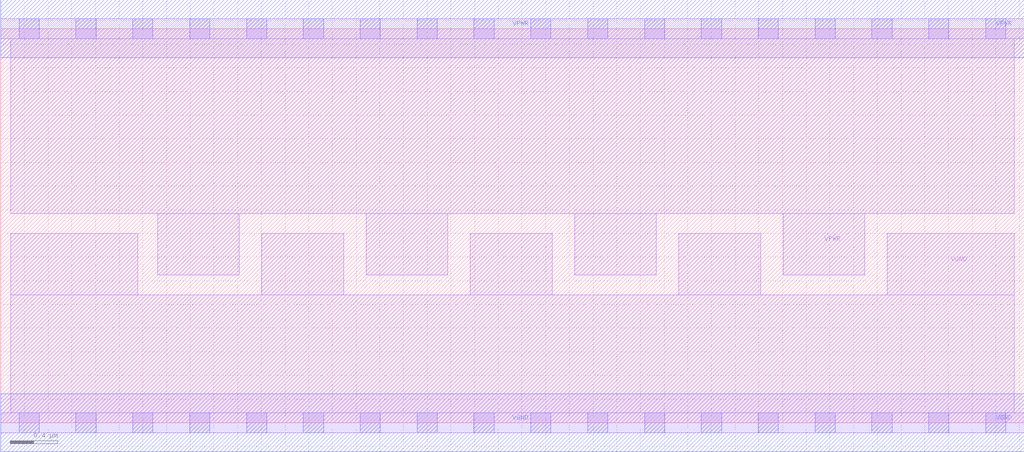
<source format=lef>
# Copyright 2020 The SkyWater PDK Authors
#
# Licensed under the Apache License, Version 2.0 (the "License");
# you may not use this file except in compliance with the License.
# You may obtain a copy of the License at
#
#     https://www.apache.org/licenses/LICENSE-2.0
#
# Unless required by applicable law or agreed to in writing, software
# distributed under the License is distributed on an "AS IS" BASIS,
# WITHOUT WARRANTIES OR CONDITIONS OF ANY KIND, either express or implied.
# See the License for the specific language governing permissions and
# limitations under the License.
#
# SPDX-License-Identifier: Apache-2.0

VERSION 5.7 ;
  NAMESCASESENSITIVE ON ;
  NOWIREEXTENSIONATPIN ON ;
  DIVIDERCHAR "/" ;
  BUSBITCHARS "[]" ;
UNITS
  DATABASE MICRONS 200 ;
END UNITS
MACRO sky130_fd_sc_ls__decaphe_18
  CLASS CORE ;
  SOURCE USER ;
  FOREIGN sky130_fd_sc_ls__decaphe_18 ;
  ORIGIN  0.000000  0.000000 ;
  SIZE  8.640000 BY  3.330000 ;
  SYMMETRY X Y ;
  SITE unit ;
  PIN VGND
    DIRECTION INOUT ;
    SHAPE ABUTMENT ;
    USE GROUND ;
    PORT
      LAYER li1 ;
        RECT 0.000000 -0.085000 8.640000 0.085000 ;
        RECT 0.085000  0.085000 8.555000 1.080000 ;
        RECT 0.085000  1.080000 1.155000 1.600000 ;
        RECT 2.205000  1.080000 2.895000 1.600000 ;
        RECT 3.965000  1.080000 4.655000 1.600000 ;
        RECT 5.725000  1.080000 6.415000 1.600000 ;
        RECT 7.485000  1.080000 8.555000 1.600000 ;
      LAYER mcon ;
        RECT 0.155000 -0.085000 0.325000 0.085000 ;
        RECT 0.635000 -0.085000 0.805000 0.085000 ;
        RECT 1.115000 -0.085000 1.285000 0.085000 ;
        RECT 1.595000 -0.085000 1.765000 0.085000 ;
        RECT 2.075000 -0.085000 2.245000 0.085000 ;
        RECT 2.555000 -0.085000 2.725000 0.085000 ;
        RECT 3.035000 -0.085000 3.205000 0.085000 ;
        RECT 3.515000 -0.085000 3.685000 0.085000 ;
        RECT 3.995000 -0.085000 4.165000 0.085000 ;
        RECT 4.475000 -0.085000 4.645000 0.085000 ;
        RECT 4.955000 -0.085000 5.125000 0.085000 ;
        RECT 5.435000 -0.085000 5.605000 0.085000 ;
        RECT 5.915000 -0.085000 6.085000 0.085000 ;
        RECT 6.395000 -0.085000 6.565000 0.085000 ;
        RECT 6.875000 -0.085000 7.045000 0.085000 ;
        RECT 7.355000 -0.085000 7.525000 0.085000 ;
        RECT 7.835000 -0.085000 8.005000 0.085000 ;
        RECT 8.315000 -0.085000 8.485000 0.085000 ;
      LAYER met1 ;
        RECT 0.000000 -0.245000 8.640000 0.245000 ;
    END
  END VGND
  PIN VPWR
    DIRECTION INOUT ;
    SHAPE ABUTMENT ;
    USE POWER ;
    PORT
      LAYER li1 ;
        RECT 0.000000 3.245000 8.640000 3.415000 ;
        RECT 0.085000 1.770000 8.555000 3.245000 ;
        RECT 1.325000 1.250000 2.015000 1.770000 ;
        RECT 3.085000 1.250000 3.775000 1.770000 ;
        RECT 4.845000 1.250000 5.535000 1.770000 ;
        RECT 6.605000 1.250000 7.295000 1.770000 ;
      LAYER mcon ;
        RECT 0.155000 3.245000 0.325000 3.415000 ;
        RECT 0.635000 3.245000 0.805000 3.415000 ;
        RECT 1.115000 3.245000 1.285000 3.415000 ;
        RECT 1.595000 3.245000 1.765000 3.415000 ;
        RECT 2.075000 3.245000 2.245000 3.415000 ;
        RECT 2.555000 3.245000 2.725000 3.415000 ;
        RECT 3.035000 3.245000 3.205000 3.415000 ;
        RECT 3.515000 3.245000 3.685000 3.415000 ;
        RECT 3.995000 3.245000 4.165000 3.415000 ;
        RECT 4.475000 3.245000 4.645000 3.415000 ;
        RECT 4.955000 3.245000 5.125000 3.415000 ;
        RECT 5.435000 3.245000 5.605000 3.415000 ;
        RECT 5.915000 3.245000 6.085000 3.415000 ;
        RECT 6.395000 3.245000 6.565000 3.415000 ;
        RECT 6.875000 3.245000 7.045000 3.415000 ;
        RECT 7.355000 3.245000 7.525000 3.415000 ;
        RECT 7.835000 3.245000 8.005000 3.415000 ;
        RECT 8.315000 3.245000 8.485000 3.415000 ;
      LAYER met1 ;
        RECT 0.000000 3.085000 8.640000 3.575000 ;
    END
  END VPWR
END sky130_fd_sc_ls__decaphe_18

</source>
